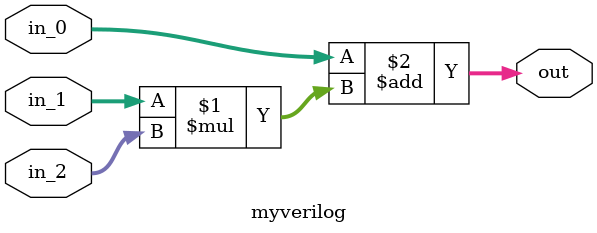
<source format=v>
module myverilog(
	input [63: 0] in_0,
	input [63: 0] in_1,
	input [63: 0] in_2,
	output [63: 0] out
);

	assign out = in_0 + (in_1 * in_2);
endmodule


</source>
